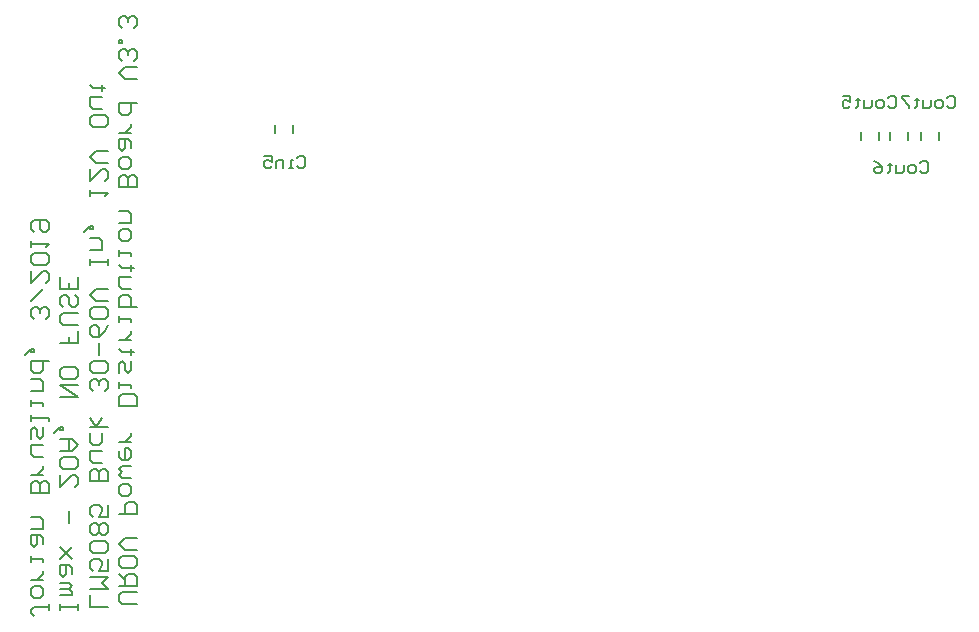
<source format=gbo>
G04 Layer_Color=13813960*
%FSLAX24Y24*%
%MOIN*%
G70*
G01*
G75*
%ADD63C,0.0079*%
D63*
X19941Y36870D02*
Y37146D01*
X20531Y36870D02*
Y37146D01*
X40059Y36634D02*
Y36909D01*
X39469Y36634D02*
Y36909D01*
X42067Y36634D02*
Y36909D01*
X41476Y36634D02*
Y36909D01*
X41043Y36634D02*
Y36909D01*
X40453Y36634D02*
Y36909D01*
X20682Y36037D02*
X20748Y36102D01*
X20879D01*
X20945Y36037D01*
Y35774D01*
X20879Y35709D01*
X20748D01*
X20682Y35774D01*
X20551Y35709D02*
X20420D01*
X20486D01*
Y35971D01*
X20551D01*
X20223Y35709D02*
Y35971D01*
X20027D01*
X19961Y35905D01*
Y35709D01*
X19567Y36102D02*
X19830D01*
Y35905D01*
X19699Y35971D01*
X19633D01*
X19567Y35905D01*
Y35774D01*
X19633Y35709D01*
X19764D01*
X19830Y35774D01*
X40368Y38045D02*
X40433Y38110D01*
X40564D01*
X40630Y38045D01*
Y37782D01*
X40564Y37717D01*
X40433D01*
X40368Y37782D01*
X40171Y37717D02*
X40040D01*
X39974Y37782D01*
Y37913D01*
X40040Y37979D01*
X40171D01*
X40236Y37913D01*
Y37782D01*
X40171Y37717D01*
X39843Y37979D02*
Y37782D01*
X39777Y37717D01*
X39580D01*
Y37979D01*
X39384Y38045D02*
Y37979D01*
X39449D01*
X39318D01*
X39384D01*
Y37782D01*
X39318Y37717D01*
X38859Y38110D02*
X39121D01*
Y37913D01*
X38990Y37979D01*
X38924D01*
X38859Y37913D01*
Y37782D01*
X38924Y37717D01*
X39056D01*
X39121Y37782D01*
X42336Y38045D02*
X42402Y38110D01*
X42533D01*
X42598Y38045D01*
Y37782D01*
X42533Y37717D01*
X42402D01*
X42336Y37782D01*
X42139Y37717D02*
X42008D01*
X41942Y37782D01*
Y37913D01*
X42008Y37979D01*
X42139D01*
X42205Y37913D01*
Y37782D01*
X42139Y37717D01*
X41811Y37979D02*
Y37782D01*
X41746Y37717D01*
X41549D01*
Y37979D01*
X41352Y38045D02*
Y37979D01*
X41418D01*
X41287D01*
X41352D01*
Y37782D01*
X41287Y37717D01*
X41090Y38110D02*
X40827D01*
Y38045D01*
X41090Y37782D01*
Y37717D01*
X41431Y35879D02*
X41496Y35945D01*
X41627D01*
X41693Y35879D01*
Y35617D01*
X41627Y35551D01*
X41496D01*
X41431Y35617D01*
X41234Y35551D02*
X41103D01*
X41037Y35617D01*
Y35748D01*
X41103Y35814D01*
X41234D01*
X41299Y35748D01*
Y35617D01*
X41234Y35551D01*
X40906Y35814D02*
Y35617D01*
X40840Y35551D01*
X40643D01*
Y35814D01*
X40447Y35879D02*
Y35814D01*
X40512D01*
X40381D01*
X40447D01*
Y35617D01*
X40381Y35551D01*
X39922Y35945D02*
X40053Y35879D01*
X40184Y35748D01*
Y35617D01*
X40119Y35551D01*
X39987D01*
X39922Y35617D01*
Y35682D01*
X39987Y35748D01*
X40184D01*
X15344Y21172D02*
X14844D01*
X14744Y21272D01*
Y21472D01*
X14844Y21572D01*
X15344D01*
X14744Y21772D02*
X15344D01*
Y22072D01*
X15244Y22172D01*
X15044D01*
X14944Y22072D01*
Y21772D01*
Y21972D02*
X14744Y22172D01*
X15344Y22672D02*
Y22472D01*
X15244Y22372D01*
X14844D01*
X14744Y22472D01*
Y22672D01*
X14844Y22772D01*
X15244D01*
X15344Y22672D01*
Y22972D02*
X14944D01*
X14744Y23171D01*
X14944Y23371D01*
X15344D01*
X14744Y24171D02*
X15344D01*
Y24471D01*
X15244Y24571D01*
X15044D01*
X14944Y24471D01*
Y24171D01*
X14744Y24871D02*
Y25071D01*
X14844Y25171D01*
X15044D01*
X15144Y25071D01*
Y24871D01*
X15044Y24771D01*
X14844D01*
X14744Y24871D01*
X15144Y25371D02*
X14844D01*
X14744Y25471D01*
X14844Y25571D01*
X14744Y25671D01*
X14844Y25771D01*
X15144D01*
X14744Y26270D02*
Y26071D01*
X14844Y25971D01*
X15044D01*
X15144Y26071D01*
Y26270D01*
X15044Y26370D01*
X14944D01*
Y25971D01*
X15144Y26570D02*
X14744D01*
X14944D01*
X15044Y26670D01*
X15144Y26770D01*
Y26870D01*
X15344Y27770D02*
X14744D01*
Y28070D01*
X14844Y28170D01*
X15244D01*
X15344Y28070D01*
Y27770D01*
X14744Y28370D02*
Y28570D01*
Y28470D01*
X15144D01*
Y28370D01*
X14744Y28870D02*
Y29170D01*
X14844Y29270D01*
X14944Y29170D01*
Y28970D01*
X15044Y28870D01*
X15144Y28970D01*
Y29270D01*
X15244Y29569D02*
X15144D01*
Y29469D01*
Y29669D01*
Y29569D01*
X14844D01*
X14744Y29669D01*
X15144Y29969D02*
X14744D01*
X14944D01*
X15044Y30069D01*
X15144Y30169D01*
Y30269D01*
X14744Y30569D02*
Y30769D01*
Y30669D01*
X15144D01*
Y30569D01*
X15344Y31069D02*
X14744D01*
Y31369D01*
X14844Y31469D01*
X14944D01*
X15044D01*
X15144Y31369D01*
Y31069D01*
Y31669D02*
X14844D01*
X14744Y31769D01*
Y32069D01*
X15144D01*
X15244Y32369D02*
X15144D01*
Y32269D01*
Y32468D01*
Y32369D01*
X14844D01*
X14744Y32468D01*
Y32768D02*
Y32968D01*
Y32868D01*
X15144D01*
Y32768D01*
X14744Y33368D02*
Y33568D01*
X14844Y33668D01*
X15044D01*
X15144Y33568D01*
Y33368D01*
X15044Y33268D01*
X14844D01*
X14744Y33368D01*
Y33868D02*
X15144D01*
Y34168D01*
X15044Y34268D01*
X14744D01*
X15344Y35068D02*
X14744D01*
Y35368D01*
X14844Y35468D01*
X14944D01*
X15044Y35368D01*
Y35068D01*
Y35368D01*
X15144Y35468D01*
X15244D01*
X15344Y35368D01*
Y35068D01*
X14744Y35767D02*
Y35967D01*
X14844Y36067D01*
X15044D01*
X15144Y35967D01*
Y35767D01*
X15044Y35667D01*
X14844D01*
X14744Y35767D01*
X15144Y36367D02*
Y36567D01*
X15044Y36667D01*
X14744D01*
Y36367D01*
X14844Y36267D01*
X14944Y36367D01*
Y36667D01*
X15144Y36867D02*
X14744D01*
X14944D01*
X15044Y36967D01*
X15144Y37067D01*
Y37167D01*
X15344Y37867D02*
X14744D01*
Y37567D01*
X14844Y37467D01*
X15044D01*
X15144Y37567D01*
Y37867D01*
X15344Y38666D02*
X14944D01*
X14744Y38866D01*
X14944Y39066D01*
X15344D01*
X15244Y39266D02*
X15344Y39366D01*
Y39566D01*
X15244Y39666D01*
X15144D01*
X15044Y39566D01*
Y39466D01*
Y39566D01*
X14944Y39666D01*
X14844D01*
X14744Y39566D01*
Y39366D01*
X14844Y39266D01*
X14744Y39866D02*
X14844D01*
Y39966D01*
X14744D01*
Y39866D01*
X15244Y40366D02*
X15344Y40466D01*
Y40666D01*
X15244Y40766D01*
X15144D01*
X15044Y40666D01*
Y40566D01*
Y40666D01*
X14944Y40766D01*
X14844D01*
X14744Y40666D01*
Y40466D01*
X14844Y40366D01*
X14359Y21074D02*
X13760D01*
Y21474D01*
Y21674D02*
X14359D01*
X14159Y21873D01*
X14359Y22073D01*
X13760D01*
X14359Y22673D02*
Y22273D01*
X14059D01*
X14159Y22473D01*
Y22573D01*
X14059Y22673D01*
X13860D01*
X13760Y22573D01*
Y22373D01*
X13860Y22273D01*
X14259Y22873D02*
X14359Y22973D01*
Y23173D01*
X14259Y23273D01*
X13860D01*
X13760Y23173D01*
Y22973D01*
X13860Y22873D01*
X14259D01*
Y23473D02*
X14359Y23573D01*
Y23773D01*
X14259Y23873D01*
X14159D01*
X14059Y23773D01*
X13959Y23873D01*
X13860D01*
X13760Y23773D01*
Y23573D01*
X13860Y23473D01*
X13959D01*
X14059Y23573D01*
X14159Y23473D01*
X14259D01*
X14059Y23573D02*
Y23773D01*
X14359Y24473D02*
Y24073D01*
X14059D01*
X14159Y24273D01*
Y24373D01*
X14059Y24473D01*
X13860D01*
X13760Y24373D01*
Y24173D01*
X13860Y24073D01*
X14359Y25272D02*
X13760D01*
Y25572D01*
X13860Y25672D01*
X13959D01*
X14059Y25572D01*
Y25272D01*
Y25572D01*
X14159Y25672D01*
X14259D01*
X14359Y25572D01*
Y25272D01*
X14159Y25872D02*
X13860D01*
X13760Y25972D01*
Y26272D01*
X14159D01*
Y26872D02*
Y26572D01*
X14059Y26472D01*
X13860D01*
X13760Y26572D01*
Y26872D01*
Y27072D02*
X14359D01*
X13959D02*
X14159Y27372D01*
X13959Y27072D02*
X13760Y27372D01*
X14259Y28271D02*
X14359Y28371D01*
Y28571D01*
X14259Y28671D01*
X14159D01*
X14059Y28571D01*
Y28471D01*
Y28571D01*
X13959Y28671D01*
X13860D01*
X13760Y28571D01*
Y28371D01*
X13860Y28271D01*
X14259Y28871D02*
X14359Y28971D01*
Y29171D01*
X14259Y29271D01*
X13860D01*
X13760Y29171D01*
Y28971D01*
X13860Y28871D01*
X14259D01*
X14059Y29471D02*
Y29871D01*
X14359Y30471D02*
X14259Y30271D01*
X14059Y30071D01*
X13860D01*
X13760Y30171D01*
Y30371D01*
X13860Y30471D01*
X13959D01*
X14059Y30371D01*
Y30071D01*
X14259Y30671D02*
X14359Y30771D01*
Y30970D01*
X14259Y31070D01*
X13860D01*
X13760Y30970D01*
Y30771D01*
X13860Y30671D01*
X14259D01*
X14359Y31270D02*
X13959D01*
X13760Y31470D01*
X13959Y31670D01*
X14359D01*
Y32470D02*
Y32670D01*
Y32570D01*
X13760D01*
Y32470D01*
Y32670D01*
Y32970D02*
X14159D01*
Y33270D01*
X14059Y33370D01*
X13760D01*
X13660Y33670D02*
X13760Y33770D01*
X13860D01*
Y33670D01*
X13760D01*
Y33770D01*
X13660Y33670D01*
X13560Y33570D01*
X13760Y34769D02*
Y34969D01*
Y34869D01*
X14359D01*
X14259Y34769D01*
X13760Y35669D02*
Y35269D01*
X14159Y35669D01*
X14259D01*
X14359Y35569D01*
Y35369D01*
X14259Y35269D01*
X14359Y35869D02*
X13959D01*
X13760Y36069D01*
X13959Y36269D01*
X14359D01*
Y37368D02*
Y37169D01*
X14259Y37069D01*
X13860D01*
X13760Y37169D01*
Y37368D01*
X13860Y37468D01*
X14259D01*
X14359Y37368D01*
X14159Y37668D02*
X13860D01*
X13760Y37768D01*
Y38068D01*
X14159D01*
X14259Y38368D02*
X14159D01*
Y38268D01*
Y38468D01*
Y38368D01*
X13860D01*
X13760Y38468D01*
X12391Y21178D02*
Y20978D01*
Y21078D01*
X11891D01*
X11791Y20978D01*
Y20878D01*
X11891Y20778D01*
X11791Y21478D02*
Y21678D01*
X11891Y21778D01*
X12091D01*
X12191Y21678D01*
Y21478D01*
X12091Y21378D01*
X11891D01*
X11791Y21478D01*
X12191Y21978D02*
X11791D01*
X11991D01*
X12091Y22078D01*
X12191Y22178D01*
Y22278D01*
X11791Y22578D02*
Y22778D01*
Y22678D01*
X12191D01*
Y22578D01*
Y23178D02*
Y23378D01*
X12091Y23478D01*
X11791D01*
Y23178D01*
X11891Y23078D01*
X11991Y23178D01*
Y23478D01*
X11791Y23677D02*
X12191D01*
Y23977D01*
X12091Y24077D01*
X11791D01*
X12391Y24877D02*
X11791D01*
Y25177D01*
X11891Y25277D01*
X11991D01*
X12091Y25177D01*
Y24877D01*
Y25177D01*
X12191Y25277D01*
X12291D01*
X12391Y25177D01*
Y24877D01*
X12191Y25477D02*
X11791D01*
X11991D01*
X12091Y25577D01*
X12191Y25677D01*
Y25777D01*
Y26077D02*
X11891D01*
X11791Y26177D01*
Y26477D01*
X12191D01*
X11791Y26677D02*
Y26976D01*
X11891Y27076D01*
X11991Y26976D01*
Y26776D01*
X12091Y26677D01*
X12191Y26776D01*
Y27076D01*
X11791Y27276D02*
Y27476D01*
Y27376D01*
X12391D01*
Y27276D01*
X11791Y27776D02*
Y27976D01*
Y27876D01*
X12191D01*
Y27776D01*
X11791Y28276D02*
X12191D01*
Y28576D01*
X12091Y28676D01*
X11791D01*
X12391Y29276D02*
X11791D01*
Y28976D01*
X11891Y28876D01*
X12091D01*
X12191Y28976D01*
Y29276D01*
X11691Y29576D02*
X11791Y29676D01*
X11891D01*
Y29576D01*
X11791D01*
Y29676D01*
X11691Y29576D01*
X11591Y29476D01*
X12291Y30675D02*
X12391Y30775D01*
Y30975D01*
X12291Y31075D01*
X12191D01*
X12091Y30975D01*
Y30875D01*
Y30975D01*
X11991Y31075D01*
X11891D01*
X11791Y30975D01*
Y30775D01*
X11891Y30675D01*
X11791Y31275D02*
X12191Y31675D01*
X11791Y32275D02*
Y31875D01*
X12191Y32275D01*
X12291D01*
X12391Y32175D01*
Y31975D01*
X12291Y31875D01*
Y32475D02*
X12391Y32575D01*
Y32775D01*
X12291Y32875D01*
X11891D01*
X11791Y32775D01*
Y32575D01*
X11891Y32475D01*
X12291D01*
X11791Y33074D02*
Y33274D01*
Y33174D01*
X12391D01*
X12291Y33074D01*
X11891Y33574D02*
X11791Y33674D01*
Y33874D01*
X11891Y33974D01*
X12291D01*
X12391Y33874D01*
Y33674D01*
X12291Y33574D01*
X12191D01*
X12091Y33674D01*
Y33974D01*
X13375Y20975D02*
Y21175D01*
Y21075D01*
X12775D01*
Y20975D01*
Y21175D01*
Y21475D02*
X13175D01*
Y21575D01*
X13075Y21675D01*
X12775D01*
X13075D01*
X13175Y21775D01*
X13075Y21875D01*
X12775D01*
X13175Y22175D02*
Y22375D01*
X13075Y22475D01*
X12775D01*
Y22175D01*
X12875Y22075D01*
X12975Y22175D01*
Y22475D01*
X13175Y22675D02*
X12775Y23075D01*
X12975Y22875D01*
X13175Y23075D01*
X12775Y22675D01*
X13075Y23874D02*
Y24274D01*
X12775Y25474D02*
Y25074D01*
X13175Y25474D01*
X13275D01*
X13375Y25374D01*
Y25174D01*
X13275Y25074D01*
Y25674D02*
X13375Y25774D01*
Y25974D01*
X13275Y26074D01*
X12875D01*
X12775Y25974D01*
Y25774D01*
X12875Y25674D01*
X13275D01*
X12775Y26274D02*
X13175D01*
X13375Y26474D01*
X13175Y26673D01*
X12775D01*
X13075D01*
Y26274D01*
X12675Y26973D02*
X12775Y27073D01*
X12875D01*
Y26973D01*
X12775D01*
Y27073D01*
X12675Y26973D01*
X12575Y26873D01*
X12775Y28073D02*
X13375D01*
X12775Y28473D01*
X13375D01*
Y28973D02*
Y28773D01*
X13275Y28673D01*
X12875D01*
X12775Y28773D01*
Y28973D01*
X12875Y29073D01*
X13275D01*
X13375Y28973D01*
Y30272D02*
Y29872D01*
X13075D01*
Y30072D01*
Y29872D01*
X12775D01*
X13375Y30472D02*
X12875D01*
X12775Y30572D01*
Y30772D01*
X12875Y30872D01*
X13375D01*
X13275Y31472D02*
X13375Y31372D01*
Y31172D01*
X13275Y31072D01*
X13175D01*
X13075Y31172D01*
Y31372D01*
X12975Y31472D01*
X12875D01*
X12775Y31372D01*
Y31172D01*
X12875Y31072D01*
X13375Y32072D02*
Y31672D01*
X12775D01*
Y32072D01*
X13075Y31672D02*
Y31872D01*
M02*

</source>
